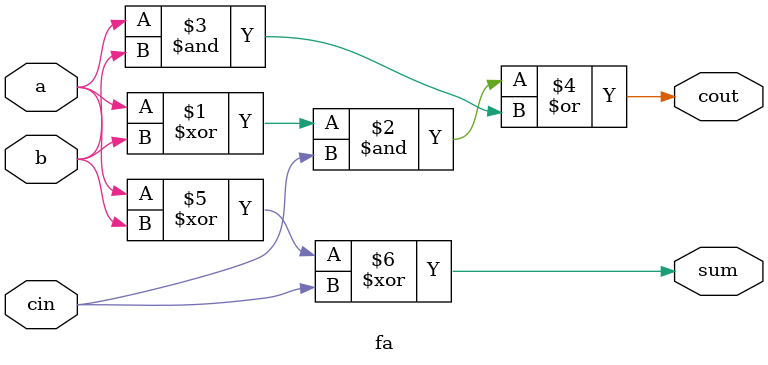
<source format=v>
/* Full Adder */
module fa(
  input a, b, cin,
  output cout, sum
);

assign cout = ((a ^ b) & cin) | (a & b);
assign sum = a ^ b ^ cin;

endmodule

</source>
